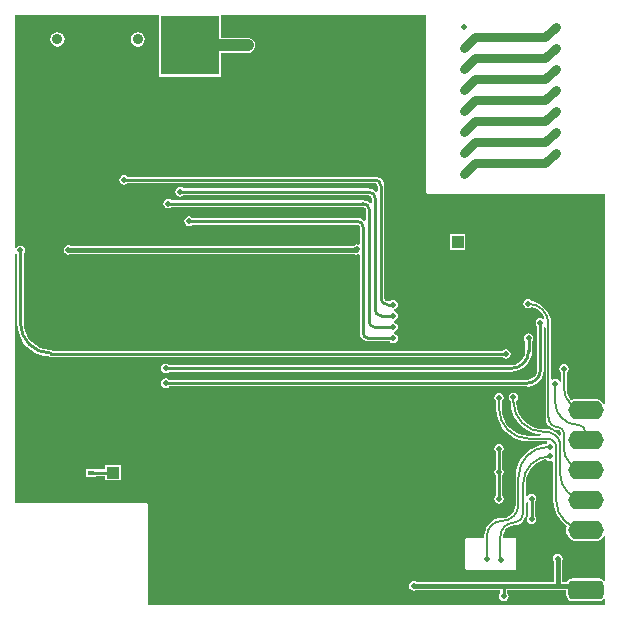
<source format=gbr>
G04*
G04 #@! TF.GenerationSoftware,Altium Limited,Altium Designer,25.5.2 (35)*
G04*
G04 Layer_Physical_Order=2*
G04 Layer_Color=16711680*
%FSLAX25Y25*%
%MOIN*%
G70*
G04*
G04 #@! TF.SameCoordinates,0BB90384-501E-406B-A6C2-AE9EDDEAC3CB*
G04*
G04*
G04 #@! TF.FilePolarity,Positive*
G04*
G01*
G75*
%ADD10C,0.00984*%
%ADD16C,0.01000*%
%ADD17C,0.00591*%
%ADD22R,0.02254X0.01438*%
%ADD30R,0.08661X0.04134*%
%ADD31R,0.19685X0.19685*%
%ADD36R,0.19685X0.19685*%
%ADD40R,0.04134X0.03937*%
%ADD59C,0.03543*%
%ADD61C,0.01575*%
%ADD62C,0.03937*%
%ADD64C,0.03150*%
%ADD66C,0.01968*%
%ADD67C,0.03937*%
%ADD68C,0.01968*%
%ADD69O,0.11811X0.06299*%
G04:AMPARAMS|DCode=70|XSize=62.99mil|YSize=118.11mil|CornerRadius=15.75mil|HoleSize=0mil|Usage=FLASHONLY|Rotation=90.000|XOffset=0mil|YOffset=0mil|HoleType=Round|Shape=RoundedRectangle|*
%AMROUNDEDRECTD70*
21,1,0.06299,0.08661,0,0,90.0*
21,1,0.03150,0.11811,0,0,90.0*
1,1,0.03150,0.04331,0.01575*
1,1,0.03150,0.04331,-0.01575*
1,1,0.03150,-0.04331,-0.01575*
1,1,0.03150,-0.04331,0.01575*
%
%ADD70ROUNDEDRECTD70*%
%ADD71R,0.04134X0.08661*%
%ADD72R,0.03937X0.04134*%
G36*
X137162Y196800D02*
Y137745D01*
X137350Y137293D01*
X137802Y137106D01*
X196850D01*
Y67272D01*
X196357Y67014D01*
X196299Y67017D01*
X195723Y67768D01*
X194942Y68367D01*
X194032Y68744D01*
X193056Y68872D01*
X187544D01*
X186568Y68744D01*
X185658Y68367D01*
X185506Y68251D01*
X185042Y68816D01*
X184458Y69909D01*
X184098Y71095D01*
X183976Y72329D01*
X183974D01*
Y77450D01*
X184206Y77605D01*
X184554Y78126D01*
X184677Y78740D01*
X184554Y79355D01*
X184206Y79875D01*
X183685Y80224D01*
X183071Y80346D01*
X182456Y80224D01*
X181936Y79875D01*
X181587Y79355D01*
X181465Y78740D01*
X181587Y78126D01*
X181936Y77605D01*
X182168Y77450D01*
Y74412D01*
X181616Y74358D01*
X181602Y74433D01*
X181254Y74954D01*
X180733Y75302D01*
X180118Y75424D01*
X179504Y75302D01*
X179354Y75203D01*
X178803Y75497D01*
Y93700D01*
X178823D01*
X178675Y95207D01*
X178235Y96655D01*
X177522Y97991D01*
X176561Y99161D01*
X175391Y100121D01*
X174056Y100835D01*
X172607Y101275D01*
X172467Y101288D01*
X172235Y101635D01*
X171714Y101983D01*
X171100Y102106D01*
X170485Y101983D01*
X169965Y101635D01*
X169617Y101114D01*
X169494Y100500D01*
X169617Y99885D01*
X169965Y99365D01*
X170485Y99017D01*
X171100Y98894D01*
X171714Y99017D01*
X172235Y99365D01*
X172301Y99464D01*
X173355Y99144D01*
X174374Y98599D01*
X175267Y97867D01*
X175999Y96974D01*
X176544Y95955D01*
X176621Y95700D01*
X176151Y95351D01*
X175811Y95578D01*
X175197Y95700D01*
X174582Y95578D01*
X174062Y95230D01*
X173713Y94709D01*
X173591Y94095D01*
X173713Y93480D01*
X174062Y92959D01*
X174085Y92943D01*
Y78347D01*
X174084D01*
X173974Y77510D01*
X173651Y76730D01*
X173137Y76060D01*
X172467Y75546D01*
X171687Y75223D01*
X170850Y75113D01*
Y75112D01*
X51451D01*
X51435Y75135D01*
X50915Y75483D01*
X50300Y75606D01*
X49685Y75483D01*
X49165Y75135D01*
X48817Y74615D01*
X48694Y74000D01*
X48817Y73386D01*
X49165Y72865D01*
X49685Y72517D01*
X50300Y72394D01*
X50915Y72517D01*
X51435Y72865D01*
X51451Y72888D01*
X170850D01*
Y72862D01*
X172270Y73049D01*
X173592Y73597D01*
X174728Y74469D01*
X175600Y75604D01*
X176147Y76927D01*
X176334Y78347D01*
X176309D01*
Y92594D01*
X176446Y92704D01*
X176997Y92438D01*
Y62600D01*
X176978D01*
X177122Y61507D01*
X177544Y60489D01*
X178215Y59615D01*
X179089Y58944D01*
X180107Y58522D01*
X181200Y58378D01*
Y58378D01*
X181684Y58216D01*
X181823Y58123D01*
X182014Y57837D01*
X182081Y57500D01*
X182097D01*
Y56672D01*
X181546Y56475D01*
X181153Y56953D01*
X180242Y57701D01*
X179202Y58257D01*
X178073Y58599D01*
X176900Y58715D01*
Y58703D01*
X176200D01*
X176162Y58696D01*
X174423Y58867D01*
X172714Y59385D01*
X171140Y60227D01*
X169760Y61360D01*
X168627Y62740D01*
X167785Y64315D01*
X167267Y66023D01*
X167096Y67762D01*
X167103Y67800D01*
Y68010D01*
X167335Y68165D01*
X167683Y68686D01*
X167806Y69300D01*
X167683Y69915D01*
X167335Y70435D01*
X166814Y70783D01*
X166200Y70906D01*
X165585Y70783D01*
X165065Y70435D01*
X164717Y69915D01*
X164594Y69300D01*
X164717Y68686D01*
X165014Y68241D01*
X165280Y67800D01*
X165415Y66092D01*
X165815Y64426D01*
X166471Y62843D01*
X167366Y61382D01*
X168479Y60079D01*
X169782Y58966D01*
X171243Y58071D01*
X172826Y57415D01*
X174492Y57015D01*
X175262Y56954D01*
X175240Y56403D01*
X171400D01*
X171362Y56396D01*
X169623Y56567D01*
X167914Y57085D01*
X166340Y57927D01*
X164960Y59060D01*
X163827Y60440D01*
X162985Y62015D01*
X162467Y63723D01*
X162296Y65462D01*
X162303Y65500D01*
Y67909D01*
X162535Y68065D01*
X162883Y68585D01*
X163006Y69200D01*
X162883Y69814D01*
X162535Y70335D01*
X162014Y70683D01*
X161400Y70806D01*
X160785Y70683D01*
X160265Y70335D01*
X159917Y69814D01*
X159794Y69200D01*
X159917Y68585D01*
X160265Y68065D01*
X160497Y67909D01*
Y65500D01*
X160480D01*
X160615Y63792D01*
X161015Y62126D01*
X161671Y60543D01*
X162566Y59082D01*
X163679Y57779D01*
X164982Y56666D01*
X166443Y55771D01*
X168026Y55115D01*
X169692Y54715D01*
X171400Y54580D01*
Y54597D01*
X177260D01*
X177427Y54046D01*
X177262Y53935D01*
X177074Y53654D01*
X176192Y53585D01*
X174526Y53185D01*
X172943Y52529D01*
X171482Y51634D01*
X170179Y50521D01*
X169066Y49218D01*
X168171Y47757D01*
X167515Y46174D01*
X167115Y44508D01*
X166981Y42800D01*
X166997D01*
Y33500D01*
X167000Y33482D01*
X166849Y32335D01*
X166400Y31249D01*
X165684Y30316D01*
X164751Y29601D01*
X163665Y29151D01*
X163030Y29067D01*
X162500Y29015D01*
Y29015D01*
X161327Y28899D01*
X160198Y28557D01*
X159158Y28001D01*
X158247Y27253D01*
X157499Y26342D01*
X156943Y25302D01*
X156601Y24173D01*
X156485Y23000D01*
X156497D01*
Y22439D01*
X150800D01*
X150348Y22252D01*
X150161Y21800D01*
Y12300D01*
X150348Y11848D01*
X150800Y11661D01*
X166600D01*
X167052Y11848D01*
X167239Y12300D01*
Y21800D01*
X167052Y22252D01*
X166600Y22439D01*
X162803D01*
Y23000D01*
X162805D01*
X162927Y23930D01*
X163287Y24798D01*
X163858Y25542D01*
X164602Y26113D01*
X165470Y26472D01*
X166385Y26593D01*
X166400Y26580D01*
Y26580D01*
X167440Y26717D01*
X168410Y27118D01*
X169243Y27757D01*
X169882Y28590D01*
X170283Y29559D01*
X170420Y30600D01*
X170403D01*
Y34133D01*
X170954Y34377D01*
X171160Y34189D01*
Y29713D01*
X171109Y29679D01*
X170761Y29158D01*
X170638Y28543D01*
X170761Y27929D01*
X171109Y27408D01*
X171630Y27060D01*
X172244Y26938D01*
X172859Y27060D01*
X173380Y27408D01*
X173728Y27929D01*
X173850Y28543D01*
X173728Y29158D01*
X173384Y29672D01*
Y34330D01*
X173435Y34365D01*
X173783Y34885D01*
X173906Y35500D01*
X173783Y36114D01*
X173435Y36635D01*
X172915Y36983D01*
X172300Y37106D01*
X171686Y36983D01*
X171165Y36635D01*
X170954Y36321D01*
X170403Y36488D01*
Y40700D01*
X170399Y40720D01*
X170551Y42261D01*
X171006Y43762D01*
X171746Y45146D01*
X172741Y46359D01*
X173954Y47354D01*
X175338Y48094D01*
X176839Y48549D01*
X177183Y48583D01*
X177262Y48465D01*
X177783Y48117D01*
X178397Y47994D01*
X179012Y48117D01*
X179018Y48121D01*
X179569Y47826D01*
Y34928D01*
X179553D01*
X179685Y33247D01*
X180079Y31607D01*
X180724Y30049D01*
X181606Y28611D01*
X182701Y27329D01*
X183970Y26245D01*
X183900Y26076D01*
X183772Y25100D01*
X183900Y24124D01*
X184277Y23214D01*
X184877Y22433D01*
X185658Y21833D01*
X186568Y21456D01*
X187544Y21328D01*
X193056D01*
X194032Y21456D01*
X194942Y21833D01*
X195723Y22433D01*
X196299Y23183D01*
X196357Y23186D01*
X196850Y22929D01*
Y8242D01*
X196299Y8075D01*
X196192Y8236D01*
X195476Y8715D01*
X194631Y8883D01*
X185969D01*
X185124Y8715D01*
X184408Y8236D01*
X184120Y7805D01*
X182405D01*
Y14768D01*
X182483Y14886D01*
X182606Y15500D01*
X182483Y16115D01*
X182135Y16635D01*
X181614Y16983D01*
X181000Y17106D01*
X180385Y16983D01*
X179865Y16635D01*
X179517Y16115D01*
X179394Y15500D01*
X179517Y14886D01*
X179595Y14768D01*
Y7805D01*
X133732D01*
X133615Y7883D01*
X133000Y8006D01*
X132386Y7883D01*
X131865Y7535D01*
X131517Y7015D01*
X131394Y6400D01*
X131517Y5785D01*
X131865Y5265D01*
X132386Y4917D01*
X133000Y4794D01*
X133615Y4917D01*
X133732Y4995D01*
X161896D01*
Y4056D01*
X161865Y4035D01*
X161517Y3514D01*
X161394Y2900D01*
X161517Y2286D01*
X161865Y1765D01*
X162385Y1417D01*
X163000Y1294D01*
X163614Y1417D01*
X164135Y1765D01*
X164483Y2286D01*
X164606Y2900D01*
X164483Y3514D01*
X164135Y4035D01*
X164104Y4056D01*
Y4995D01*
X183762D01*
Y3525D01*
X183930Y2680D01*
X184408Y1964D01*
X185124Y1486D01*
X185969Y1317D01*
X194631D01*
X195476Y1486D01*
X196192Y1964D01*
X196299Y2125D01*
X196850Y1958D01*
Y0D01*
X44351D01*
X44340Y16D01*
Y33551D01*
X44153Y34003D01*
X43701Y34190D01*
X8D01*
X0Y34196D01*
Y116997D01*
X551Y117238D01*
X788Y117020D01*
Y94000D01*
X775D01*
X912Y92260D01*
X1320Y90562D01*
X1988Y88949D01*
X2900Y87461D01*
X4034Y86134D01*
X5361Y85000D01*
X6849Y84088D01*
X8462Y83420D01*
X10160Y83012D01*
X11414Y82913D01*
X11774Y82673D01*
X12200Y82588D01*
X162549D01*
X162565Y82565D01*
X163085Y82217D01*
X163700Y82094D01*
X164314Y82217D01*
X164835Y82565D01*
X165183Y83086D01*
X165306Y83700D01*
X165183Y84315D01*
X164835Y84835D01*
X164314Y85183D01*
X163700Y85306D01*
X163085Y85183D01*
X162565Y84835D01*
X162549Y84812D01*
X12648D01*
X12325Y85027D01*
X11900Y85112D01*
X11852Y85102D01*
X10163Y85269D01*
X8493Y85775D01*
X6954Y86598D01*
X5605Y87705D01*
X4498Y89054D01*
X3675Y90593D01*
X3169Y92263D01*
X3002Y93952D01*
X3012Y94000D01*
Y117149D01*
X3035Y117165D01*
X3383Y117685D01*
X3506Y118300D01*
X3383Y118914D01*
X3035Y119435D01*
X2514Y119783D01*
X1900Y119906D01*
X1285Y119783D01*
X765Y119435D01*
X551Y119116D01*
X0Y119283D01*
Y196850D01*
X47996D01*
Y176187D01*
X68862D01*
Y184039D01*
X77447D01*
X77600Y184019D01*
X78268Y184107D01*
X78891Y184365D01*
X79425Y184775D01*
X79835Y185309D01*
X80093Y185932D01*
X80181Y186600D01*
Y186620D01*
X80093Y187288D01*
X79835Y187911D01*
X79425Y188445D01*
X78891Y188855D01*
X78268Y189113D01*
X77600Y189201D01*
X68862D01*
Y196850D01*
X137129D01*
X137162Y196800D01*
D02*
G37*
%LPC*%
G36*
X41000Y191008D02*
X40078Y190825D01*
X39297Y190303D01*
X38775Y189522D01*
X38592Y188600D01*
X38775Y187678D01*
X39297Y186897D01*
X40078Y186375D01*
X41000Y186191D01*
X41922Y186375D01*
X42703Y186897D01*
X43225Y187678D01*
X43409Y188600D01*
X43225Y189522D01*
X42703Y190303D01*
X41922Y190825D01*
X41000Y191008D01*
D02*
G37*
G36*
X14228D02*
X13307Y190825D01*
X12525Y190303D01*
X12003Y189522D01*
X11820Y188600D01*
X12003Y187678D01*
X12525Y186897D01*
X13307Y186375D01*
X14228Y186191D01*
X15150Y186375D01*
X15932Y186897D01*
X16454Y187678D01*
X16637Y188600D01*
X16454Y189522D01*
X15932Y190303D01*
X15150Y190825D01*
X14228Y191008D01*
D02*
G37*
G36*
X36417Y143338D02*
X35803Y143216D01*
X35282Y142868D01*
X34934Y142347D01*
X34812Y141732D01*
X34934Y141118D01*
X35282Y140597D01*
X35803Y140249D01*
X36417Y140127D01*
X37032Y140249D01*
X37553Y140597D01*
X37568Y140620D01*
X120079D01*
Y140608D01*
X120402Y140544D01*
X120676Y140361D01*
X120859Y140087D01*
X120923Y139764D01*
X120935D01*
Y138009D01*
X120384Y137822D01*
X120348Y137869D01*
X119750Y138328D01*
X119053Y138617D01*
X118792Y138651D01*
X118536Y138823D01*
X118110Y138907D01*
X118110Y138907D01*
X56269D01*
X56253Y138931D01*
X55733Y139279D01*
X55118Y139401D01*
X54504Y139279D01*
X53983Y138931D01*
X53635Y138410D01*
X53513Y137795D01*
X53635Y137181D01*
X53983Y136660D01*
X54504Y136312D01*
X55118Y136190D01*
X55733Y136312D01*
X56253Y136660D01*
X56269Y136683D01*
X117714D01*
X117880Y136573D01*
X118306Y136488D01*
Y136472D01*
X118552Y136423D01*
X118762Y136283D01*
X118902Y136074D01*
X118951Y135827D01*
X118967D01*
Y134139D01*
X118416Y133951D01*
X118324Y134072D01*
X117684Y134562D01*
X116940Y134870D01*
X116142Y134975D01*
Y134970D01*
X52332D01*
X52316Y134994D01*
X51796Y135342D01*
X51181Y135464D01*
X50567Y135342D01*
X50046Y134994D01*
X49698Y134473D01*
X49575Y133858D01*
X49698Y133244D01*
X50046Y132723D01*
X50567Y132375D01*
X51181Y132253D01*
X51796Y132375D01*
X52316Y132723D01*
X52332Y132746D01*
X116142D01*
Y132734D01*
X116465Y132670D01*
X116739Y132487D01*
X116922Y132213D01*
X116986Y131890D01*
X116998D01*
Y128233D01*
X116447Y128046D01*
X116355Y128166D01*
X115716Y128656D01*
X114972Y128965D01*
X114173Y129070D01*
Y129065D01*
X59222D01*
X59206Y129088D01*
X58685Y129436D01*
X58071Y129558D01*
X57456Y129436D01*
X56936Y129088D01*
X56587Y128567D01*
X56465Y127953D01*
X56587Y127338D01*
X56936Y126817D01*
X57456Y126469D01*
X58071Y126347D01*
X58685Y126469D01*
X59206Y126817D01*
X59222Y126841D01*
X114173D01*
Y126828D01*
X114496Y126764D01*
X114770Y126581D01*
X114953Y126307D01*
X115017Y125984D01*
X115030D01*
Y120418D01*
X114479Y120110D01*
X114000Y120206D01*
X113385Y120083D01*
X112969Y119805D01*
X18632D01*
X18515Y119883D01*
X17900Y120006D01*
X17286Y119883D01*
X16765Y119535D01*
X16417Y119015D01*
X16294Y118400D01*
X16417Y117786D01*
X16765Y117265D01*
X17286Y116917D01*
X17900Y116794D01*
X18515Y116917D01*
X18632Y116995D01*
X113068D01*
X113186Y116917D01*
X113800Y116794D01*
X114415Y116917D01*
X114479Y116959D01*
X115030Y116665D01*
Y90551D01*
X115028D01*
X115119Y89862D01*
X115385Y89219D01*
X115809Y88667D01*
X116361Y88244D01*
X117003Y87977D01*
X117693Y87887D01*
Y87888D01*
X124949D01*
X124965Y87865D01*
X125486Y87517D01*
X126100Y87394D01*
X126715Y87517D01*
X127235Y87865D01*
X127583Y88385D01*
X127706Y89000D01*
X127583Y89614D01*
X127235Y90135D01*
X126715Y90483D01*
X126453Y90535D01*
X126284Y90569D01*
Y91131D01*
X126453Y91165D01*
X126715Y91217D01*
X127235Y91565D01*
X127583Y92085D01*
X127706Y92700D01*
X127583Y93314D01*
X127235Y93835D01*
X126715Y94183D01*
X126453Y94235D01*
X126284Y94269D01*
Y94831D01*
X126453Y94865D01*
X126715Y94917D01*
X127235Y95265D01*
X127583Y95785D01*
X127706Y96400D01*
X127583Y97014D01*
X127235Y97535D01*
X126715Y97883D01*
X126453Y97935D01*
X126284Y97969D01*
Y98531D01*
X126453Y98565D01*
X126715Y98617D01*
X127235Y98965D01*
X127583Y99485D01*
X127706Y100100D01*
X127583Y100715D01*
X127235Y101235D01*
X126715Y101583D01*
X126100Y101706D01*
X125486Y101583D01*
X124965Y101235D01*
X124949Y101212D01*
X124309D01*
Y101219D01*
X123872Y101306D01*
X123501Y101553D01*
X123253Y101925D01*
X123166Y102362D01*
X123159D01*
Y139764D01*
X123164D01*
X123059Y140562D01*
X122751Y141306D01*
X122260Y141946D01*
X121622Y142436D01*
X120877Y142744D01*
X120079Y142849D01*
Y142844D01*
X37568D01*
X37553Y142868D01*
X37032Y143216D01*
X36417Y143338D01*
D02*
G37*
G36*
X150197Y123622D02*
X145079D01*
Y118307D01*
X150197D01*
Y123622D01*
D02*
G37*
G36*
X171260Y90582D02*
X170645Y90460D01*
X170124Y90112D01*
X169776Y89591D01*
X169654Y88976D01*
X169776Y88362D01*
X170124Y87841D01*
X170148Y87825D01*
Y84646D01*
X170155Y84612D01*
X170001Y83443D01*
X169537Y82323D01*
X168799Y81361D01*
X167837Y80623D01*
X166716Y80159D01*
X165548Y80005D01*
X165514Y80012D01*
X51451D01*
X51435Y80035D01*
X50915Y80383D01*
X50300Y80506D01*
X49685Y80383D01*
X49165Y80035D01*
X48817Y79514D01*
X48694Y78900D01*
X48817Y78285D01*
X49165Y77765D01*
X49685Y77417D01*
X50300Y77294D01*
X50915Y77417D01*
X51435Y77765D01*
X51451Y77788D01*
X165514D01*
Y77776D01*
X166854Y77908D01*
X168143Y78299D01*
X169331Y78934D01*
X170371Y79788D01*
X171226Y80829D01*
X171861Y82017D01*
X172251Y83306D01*
X172383Y84646D01*
X172372D01*
Y87825D01*
X172395Y87841D01*
X172743Y88362D01*
X172865Y88976D01*
X172743Y89591D01*
X172395Y90112D01*
X171874Y90460D01*
X171260Y90582D01*
D02*
G37*
G36*
X35254Y46659D02*
X29939D01*
Y45212D01*
X27210D01*
Y45322D01*
X23775D01*
Y42702D01*
X27210D01*
Y42988D01*
X29939D01*
Y41541D01*
X35254D01*
Y46659D01*
D02*
G37*
G36*
X161417Y53771D02*
X160803Y53649D01*
X160282Y53301D01*
X159934Y52780D01*
X159812Y52165D01*
X159934Y51551D01*
X160282Y51030D01*
X160305Y51014D01*
Y45442D01*
X160282Y45427D01*
X159934Y44906D01*
X159812Y44291D01*
X159934Y43677D01*
X160282Y43156D01*
X160305Y43140D01*
Y36584D01*
X160282Y36568D01*
X159934Y36048D01*
X159812Y35433D01*
X159934Y34819D01*
X160282Y34298D01*
X160803Y33950D01*
X161417Y33827D01*
X162032Y33950D01*
X162553Y34298D01*
X162901Y34819D01*
X163023Y35433D01*
X162901Y36048D01*
X162553Y36568D01*
X162529Y36584D01*
Y43140D01*
X162553Y43156D01*
X162901Y43677D01*
X163023Y44291D01*
X162901Y44906D01*
X162553Y45427D01*
X162529Y45442D01*
Y51014D01*
X162553Y51030D01*
X162901Y51551D01*
X163023Y52165D01*
X162901Y52780D01*
X162553Y53301D01*
X162032Y53649D01*
X161417Y53771D01*
D02*
G37*
%LPD*%
D10*
X163000Y2900D02*
Y6400D01*
D16*
X1900Y94000D02*
G03*
X11900Y84000I10000J0D01*
G01*
X120079Y98425D02*
G03*
X122047Y96457I1969J0D01*
G01*
X120079Y135827D02*
G03*
X118306Y137600I-1773J0D01*
G01*
X170850Y74000D02*
G03*
X175197Y78347I0J4346D01*
G01*
X165514Y78900D02*
G03*
X171260Y84646I0J5746D01*
G01*
X116142Y90551D02*
G03*
X117693Y89000I1551J0D01*
G01*
X116142Y125984D02*
G03*
X114173Y127953I-1969J0D01*
G01*
X122047Y139764D02*
G03*
X120079Y141732I-1969J0D01*
G01*
X122047Y102362D02*
G03*
X124309Y100100I2262J0D01*
G01*
X118110Y131890D02*
G03*
X116142Y133858I-1969J0D01*
G01*
X118110Y94488D02*
G03*
X119898Y92700I1788J0D01*
G01*
X149857Y143800D02*
X149900D01*
X149857Y150800D02*
X149900D01*
X149857Y157800D02*
X149900D01*
X149857Y164800D02*
X149900D01*
X149857Y171800D02*
X149900D01*
X149857Y178800D02*
X149900D01*
X149857Y185800D02*
X149900D01*
X149857Y192800D02*
X149900D01*
X36417Y141732D02*
X120079D01*
X58071Y127953D02*
X114173D01*
X55118Y137795D02*
X118110D01*
X51181Y133858D02*
X116142D01*
X118110Y137795D02*
X118306Y137600D01*
X172272Y28571D02*
Y35472D01*
X172244Y28543D02*
X172272Y28571D01*
Y35472D02*
X172300Y35500D01*
X12200Y83700D02*
X163700D01*
X11900Y84000D02*
X12200Y83700D01*
X1900Y94000D02*
Y118300D01*
X161417Y44291D02*
Y52165D01*
Y35433D02*
Y44291D01*
X122047Y96457D02*
X126100D01*
Y96400D02*
Y96457D01*
X120079Y98425D02*
Y135827D01*
X175197Y78347D02*
Y94095D01*
X50300Y74000D02*
X170850D01*
X171260Y84646D02*
Y88976D01*
X50300Y78900D02*
X165514D01*
X117693Y89000D02*
X126100D01*
X116142Y90551D02*
Y125984D01*
X119898Y92700D02*
X126100D01*
X122047Y102362D02*
Y139764D01*
X124309Y100100D02*
X126100D01*
X118110Y94488D02*
Y131890D01*
X25492Y44012D02*
Y44100D01*
X32596D01*
D17*
X181819Y43581D02*
G03*
X190300Y35100I8481J0D01*
G01*
X181819Y53969D02*
G03*
X181796Y54128I-591J-3D01*
G01*
D02*
G03*
X176900Y57800I-4896J-1428D01*
G01*
X166200Y67800D02*
G03*
X176200Y57800I10000J0D01*
G01*
X183000Y52400D02*
G03*
X190300Y45100I7300J0D01*
G01*
X183000Y57500D02*
G03*
X181200Y59300I-1800J0D01*
G01*
X177900Y62600D02*
G03*
X181200Y59300I3300J0D01*
G01*
X177900Y93700D02*
G03*
X171100Y100500I-6800J0D01*
G01*
X190300Y57500D02*
G03*
X187700Y60100I-2600J0D01*
G01*
X180118Y67682D02*
G03*
X187700Y60100I7582J0D01*
G01*
X183071Y72329D02*
G03*
X190300Y65100I7229J0D01*
G01*
X180472Y34928D02*
G03*
X190300Y25100I9828J0D01*
G01*
X180472Y52909D02*
G03*
X180122Y53957I-2072J-109D01*
G01*
X179858Y54350D02*
G03*
X177700Y55500I-2158J-1450D01*
G01*
X161400Y65500D02*
G03*
X171400Y55500I10000J0D01*
G01*
X178397Y49600D02*
G03*
X169500Y40700I3J-8900D01*
G01*
X162500Y28100D02*
G03*
X167900Y33500I0J5400D01*
G01*
X177900Y52800D02*
G03*
X167900Y42800I0J-10000D01*
G01*
X162500Y28100D02*
G03*
X157400Y23000I0J-5100D01*
G01*
X161900Y15300D02*
G03*
X162000Y15200I100J0D01*
G01*
X166400Y27500D02*
G03*
X161900Y23000I0J-4500D01*
G01*
X166400Y27500D02*
G03*
X169500Y30600I0J3100D01*
G01*
X181819Y43581D02*
Y53969D01*
X176200Y57800D02*
X176900D01*
X166200Y67800D02*
Y69300D01*
X183000Y52400D02*
Y57500D01*
X177900Y62600D02*
Y93700D01*
X190300Y55100D02*
Y57500D01*
X180118Y67682D02*
Y73819D01*
X183071Y72329D02*
Y78740D01*
X180472Y34928D02*
Y52909D01*
X179858Y54350D02*
X180122Y53957D01*
X171400Y55500D02*
X177700D01*
X161400Y65500D02*
Y69200D01*
X177900Y52800D02*
X178397D01*
X169500Y30600D02*
Y40700D01*
X167900Y33500D02*
Y42800D01*
X157400Y15300D02*
Y23000D01*
X161900Y15300D02*
Y23000D01*
D22*
X25492Y40437D02*
D03*
Y44012D02*
D03*
D30*
X38600Y38293D02*
D03*
Y49907D02*
D03*
D31*
X126169Y186183D02*
D03*
D36*
X58429Y186620D02*
D03*
D40*
X32596Y44100D02*
D03*
D59*
X14228Y188600D02*
D03*
X41000D02*
D03*
D61*
X163000Y6400D02*
X181100D01*
X133000D02*
X163000D01*
X181100D02*
X191300D01*
X181000Y6500D02*
Y15500D01*
X17900Y118400D02*
X113800D01*
D62*
X58429Y186620D02*
X77600D01*
Y186600D02*
Y186620D01*
D64*
X176900Y182300D02*
X180400Y185800D01*
X149900Y143800D02*
X153400Y147300D01*
X176900D01*
X180400Y150800D01*
X149900D02*
X153400Y154300D01*
X176900D01*
X180400Y157800D01*
X149900D02*
X153400Y161300D01*
X176900D01*
X180400Y164800D01*
X149900D02*
X153400Y168300D01*
X176900D01*
X180400Y171800D01*
X149900Y178800D02*
X153400Y182300D01*
X176900D01*
X149900Y185800D02*
X153400Y189300D01*
X176900D01*
X180400Y192800D01*
X176900Y175300D02*
X180400Y178800D01*
X149900Y171800D02*
X153400Y175300D01*
X176900D01*
D66*
X178397Y52800D02*
D03*
Y49600D02*
D03*
X180400Y185800D02*
D03*
X149813Y143800D02*
D03*
X180400Y150800D02*
D03*
X149813D02*
D03*
X180400Y157800D02*
D03*
X149813D02*
D03*
X180400Y164800D02*
D03*
X149813D02*
D03*
X180400Y171800D02*
D03*
X149813D02*
D03*
X180400Y178800D02*
D03*
X149813D02*
D03*
X180400Y192800D02*
D03*
X149813D02*
D03*
X149900Y185800D02*
D03*
X130905Y29528D02*
D03*
X36417Y141732D02*
D03*
X58071Y127953D02*
D03*
X55118Y137795D02*
D03*
X51181Y133858D02*
D03*
X172300Y35500D02*
D03*
X163000Y2900D02*
D03*
X181000Y15500D02*
D03*
X114000Y118600D02*
D03*
X17900Y118400D02*
D03*
X133000Y6400D02*
D03*
X157400Y15300D02*
D03*
X184900Y10700D02*
D03*
X45800Y2400D02*
D03*
Y12800D02*
D03*
Y23200D02*
D03*
Y36100D02*
D03*
X38300Y54600D02*
D03*
X26800Y37400D02*
D03*
X26500Y54600D02*
D03*
X1900Y54100D02*
D03*
Y40300D02*
D03*
X144685Y20669D02*
D03*
X173228Y120079D02*
D03*
X150591Y135827D02*
D03*
X153543D02*
D03*
X156496D02*
D03*
X159449D02*
D03*
X162402D02*
D03*
X165354D02*
D03*
X168307D02*
D03*
X171260D02*
D03*
X174213D02*
D03*
X180118Y73819D02*
D03*
X183071Y78740D02*
D03*
X163700Y83700D02*
D03*
X1900Y118300D02*
D03*
X172244Y28543D02*
D03*
X161417Y52165D02*
D03*
Y44291D02*
D03*
Y35433D02*
D03*
X162000Y15200D02*
D03*
X126100Y96400D02*
D03*
X161400Y69200D02*
D03*
X175197Y94095D02*
D03*
X50300Y74000D02*
D03*
X171100Y100500D02*
D03*
X171260Y88976D02*
D03*
X50300Y78900D02*
D03*
X126100Y89000D02*
D03*
Y92700D02*
D03*
X166200Y69300D02*
D03*
X126100Y100100D02*
D03*
D67*
X77600Y186600D02*
D03*
D68*
X192600Y5100D02*
G03*
X191300Y6400I-1300J0D01*
G01*
X113800Y118400D02*
X114000Y118600D01*
D69*
X190300Y75100D02*
D03*
Y65100D02*
D03*
Y55100D02*
D03*
Y45100D02*
D03*
Y35100D02*
D03*
Y25100D02*
D03*
Y15100D02*
D03*
D70*
Y5100D02*
D03*
D71*
X153445Y126969D02*
D03*
X141831D02*
D03*
X171161D02*
D03*
X159547D02*
D03*
D72*
X165354Y120965D02*
D03*
X147638D02*
D03*
M02*

</source>
